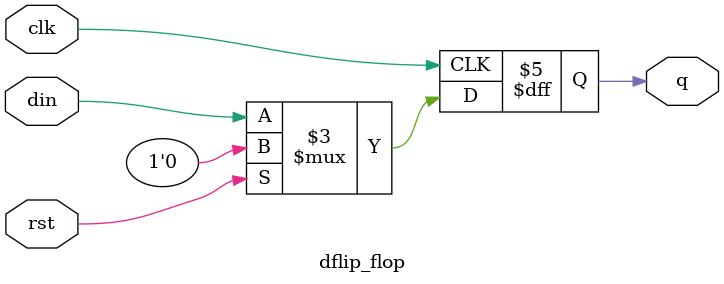
<source format=v>
module dflip_flop(input clk,rst,din,output reg q);
always@(posedge clk)begin
if(rst)
q<=0;
else 
q<=din;
end
endmodule

</source>
